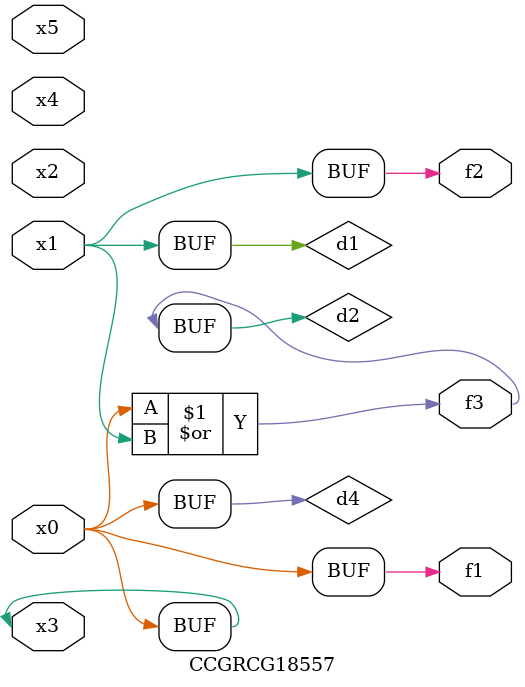
<source format=v>
module CCGRCG18557(
	input x0, x1, x2, x3, x4, x5,
	output f1, f2, f3
);

	wire d1, d2, d3, d4;

	and (d1, x1);
	or (d2, x0, x1);
	nand (d3, x0, x5);
	buf (d4, x0, x3);
	assign f1 = d4;
	assign f2 = d1;
	assign f3 = d2;
endmodule

</source>
